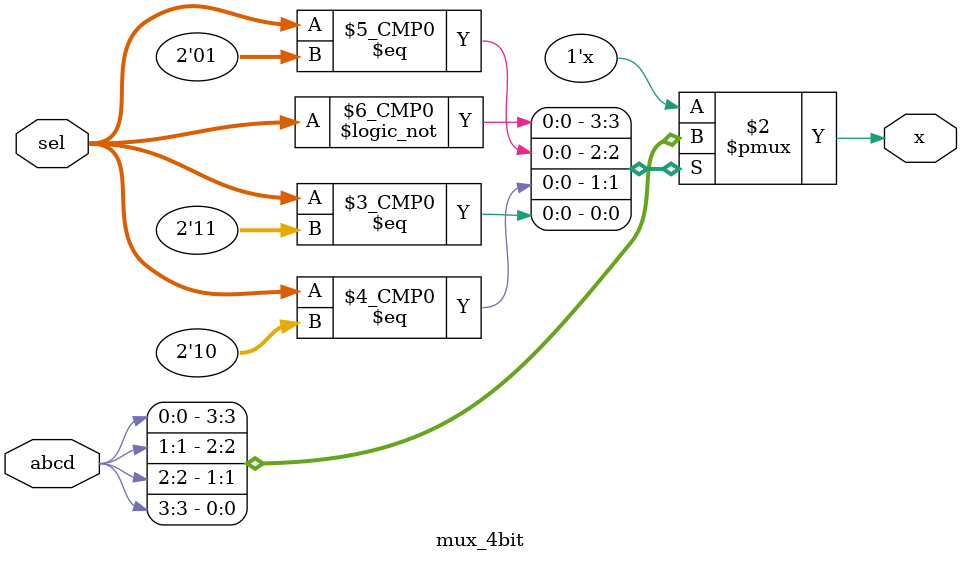
<source format=sv>
/**
 * @brief Design of a 4-bit (more commonly known as '4-to-1') multiplexer.
 *
 * @param abcd Multiplexer inputs connected to SW[3:0].
 * @param sel  Selector bits connected to SW[5:4].
 * @param x    Multiplexer output connected to LEDR[0].
 *
 * @note The multiplexer operates as follows:
 *            - x = d if sel = 00
 *            - x = c if sel = 01
 *            - x = b if sel = 10
 *            - x = a if sel = 11
 *            - x = 0 if something goes wrong.
 */
module mux_4bit(input logic[3:0] abcd, input logic[1:0] sel, output logic x);

    /**
     * @brief Update the multiplexer output in accordance with the functional
     *        description above whenever the inputs 'abcd' and/or the selector
     *        signals 'sel' change.
     */
    always_comb
    begin
        case (sel)
            0      : x <= abcd[0];
            1      : x <= abcd[1];
            2      : x <= abcd[2];
            3      : x <= abcd[3];
            default: x <= 0;
        endcase
    end
    
    /** @note The process above is used to demonstrate the case statement in SystemVerilog.
     *        Due to the simplicity of the circuit, the entire process can be replaced 
     *        with a simple assignment:
     *
     *        x <= abcd[sel];
     */
    
endmodule 
</source>
